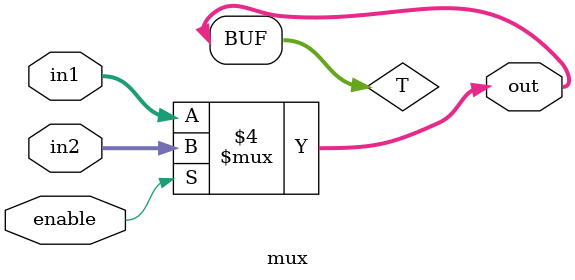
<source format=v>
`timescale 1ns / 1ps
module mux(
    input [1:0] in1,
	 input [1:0] in2,
	 input enable,
    output [1:0] out
    );

	 reg [1:0] T;
	 
	 assign out = T;
	 
	 always@(in1 or in2 or enable)
		 begin
			 if(enable == 1'b0)
				 begin
					 T = in1;
				 end
			 else
				 begin
					 T = in2;
				 end
		 end

endmodule

</source>
